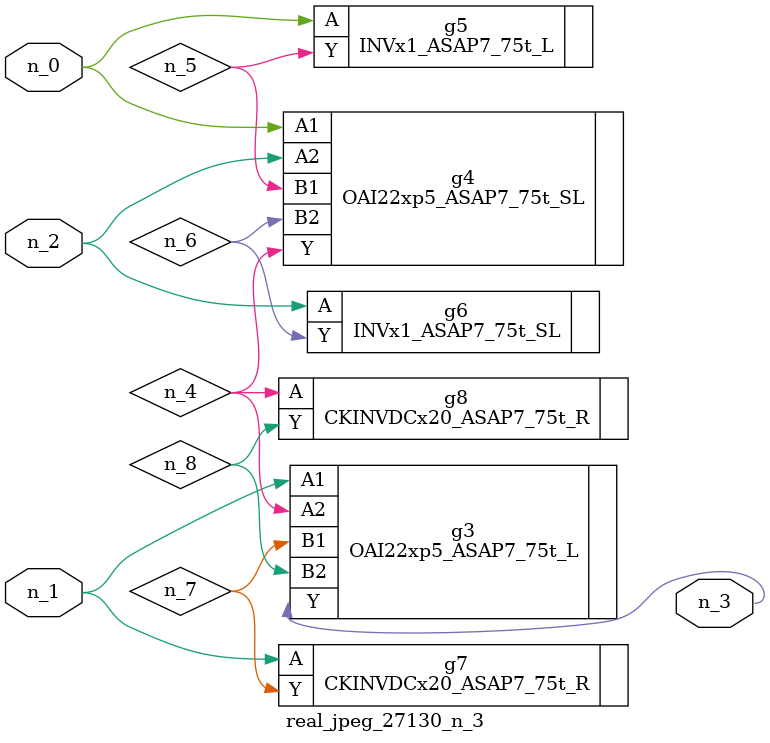
<source format=v>
module real_jpeg_27130_n_3 (n_1, n_0, n_2, n_3);

input n_1;
input n_0;
input n_2;

output n_3;

wire n_5;
wire n_4;
wire n_8;
wire n_6;
wire n_7;

OAI22xp5_ASAP7_75t_SL g4 ( 
.A1(n_0),
.A2(n_2),
.B1(n_5),
.B2(n_6),
.Y(n_4)
);

INVx1_ASAP7_75t_L g5 ( 
.A(n_0),
.Y(n_5)
);

OAI22xp5_ASAP7_75t_L g3 ( 
.A1(n_1),
.A2(n_4),
.B1(n_7),
.B2(n_8),
.Y(n_3)
);

CKINVDCx20_ASAP7_75t_R g7 ( 
.A(n_1),
.Y(n_7)
);

INVx1_ASAP7_75t_SL g6 ( 
.A(n_2),
.Y(n_6)
);

CKINVDCx20_ASAP7_75t_R g8 ( 
.A(n_4),
.Y(n_8)
);


endmodule
</source>
